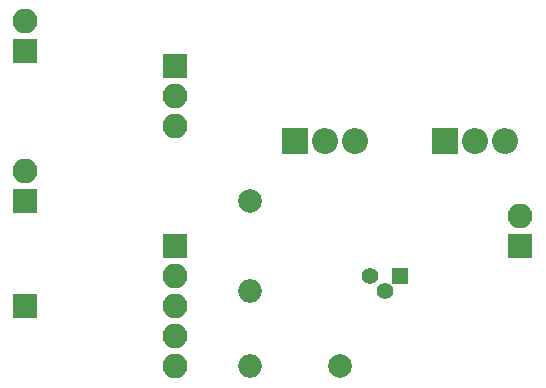
<source format=gbr>
G04 #@! TF.GenerationSoftware,KiCad,Pcbnew,5.0.0-fee4fd1~65~ubuntu17.10.1*
G04 #@! TF.CreationDate,2018-12-28T17:30:30-05:00*
G04 #@! TF.ProjectId,resetter,72657365747465722E6B696361645F70,rev?*
G04 #@! TF.SameCoordinates,Original*
G04 #@! TF.FileFunction,Soldermask,Top*
G04 #@! TF.FilePolarity,Negative*
%FSLAX46Y46*%
G04 Gerber Fmt 4.6, Leading zero omitted, Abs format (unit mm)*
G04 Created by KiCad (PCBNEW 5.0.0-fee4fd1~65~ubuntu17.10.1) date Fri Dec 28 17:30:30 2018*
%MOMM*%
%LPD*%
G01*
G04 APERTURE LIST*
%ADD10O,2.100000X2.100000*%
%ADD11R,2.100000X2.100000*%
%ADD12R,1.400000X1.400000*%
%ADD13C,1.400000*%
%ADD14O,2.200000X2.200000*%
%ADD15R,2.200000X2.200000*%
%ADD16O,2.000000X2.000000*%
%ADD17C,2.000000*%
G04 APERTURE END LIST*
D10*
G04 #@! TO.C,J1*
X29210000Y-38100000D03*
D11*
X29210000Y-40640000D03*
G04 #@! TD*
G04 #@! TO.C,J2*
X29210000Y-49530000D03*
G04 #@! TD*
G04 #@! TO.C,J3*
X71120000Y-44450000D03*
D10*
X71120000Y-41910000D03*
G04 #@! TD*
G04 #@! TO.C,J4*
X29210000Y-25400000D03*
D11*
X29210000Y-27940000D03*
G04 #@! TD*
D12*
G04 #@! TO.C,Q1*
X60960000Y-46990000D03*
D13*
X58420000Y-46990000D03*
X59690000Y-48260000D03*
G04 #@! TD*
D14*
G04 #@! TO.C,Q2*
X57150000Y-35560000D03*
X54610000Y-35560000D03*
D15*
X52070000Y-35560000D03*
G04 #@! TD*
G04 #@! TO.C,Q3*
X64770000Y-35560000D03*
D14*
X67310000Y-35560000D03*
X69850000Y-35560000D03*
G04 #@! TD*
D16*
G04 #@! TO.C,R1*
X48260000Y-54610000D03*
D17*
X55880000Y-54610000D03*
G04 #@! TD*
G04 #@! TO.C,R2*
X48260000Y-40640000D03*
D16*
X48260000Y-48260000D03*
G04 #@! TD*
D10*
G04 #@! TO.C,U1*
X41910000Y-34290000D03*
X41910000Y-31750000D03*
D11*
X41910000Y-29210000D03*
G04 #@! TD*
D10*
G04 #@! TO.C,U2*
X41910000Y-54610000D03*
X41910000Y-52070000D03*
X41910000Y-49530000D03*
X41910000Y-46990000D03*
D11*
X41910000Y-44450000D03*
G04 #@! TD*
M02*

</source>
